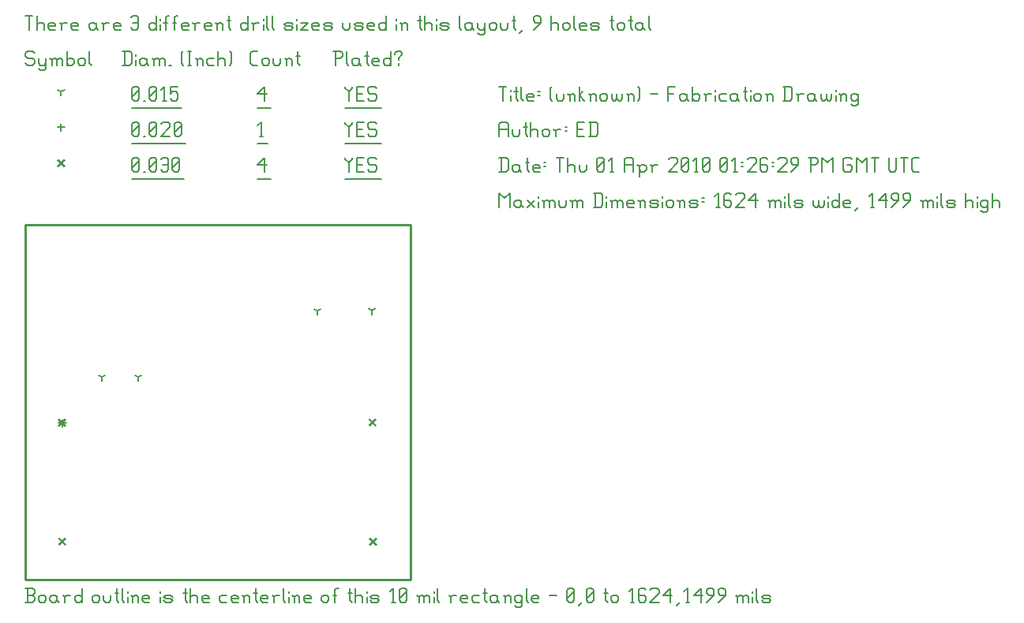
<source format=gbr>
G04 start of page 9 for group -3984 idx -3984
G04 Title: (unknown), fab *
G04 Creator: pcb 20080202 *
G04 CreationDate: Thu 01 Apr 2010 01:26:29 PM GMT UTC *
G04 For: ed *
G04 Format: Gerber/RS-274X *
G04 PCB-Dimensions: 162499 149999 *
G04 PCB-Coordinate-Origin: lower left *
%MOIN*%
%FSLAX24Y24*%
%LNFAB*%
%ADD31C,0.0100*%
%ADD33R,0.0080X0.0080*%
%ADD34C,0.0060*%
G54D33*G54D11*G36*
X14542Y1785D02*X14838Y1488D01*
X14781Y1432D01*
X14485Y1729D01*
X14542Y1785D01*
G37*
G54D33*G54D11*G36*
X14485Y1488D02*X14781Y1785D01*
X14838Y1729D01*
X14542Y1432D01*
X14485Y1488D01*
G37*
G54D33*G54D11*G36*
X1426Y6834D02*X1722Y6537D01*
X1665Y6481D01*
X1369Y6778D01*
X1426Y6834D01*
G37*
G54D33*G54D11*G36*
X1369Y6537D02*X1665Y6834D01*
X1722Y6778D01*
X1426Y6481D01*
X1369Y6537D01*
G37*
G54D33*G54D11*G36*
X14528Y6823D02*X14824Y6526D01*
X14767Y6470D01*
X14471Y6767D01*
X14528Y6823D01*
G37*
G54D33*G54D11*G36*
X14471Y6526D02*X14767Y6823D01*
X14824Y6767D01*
X14528Y6470D01*
X14471Y6526D01*
G37*
G54D33*G54D11*G36*
X1427Y1789D02*X1723Y1492D01*
X1666Y1436D01*
X1370Y1733D01*
X1427Y1789D01*
G37*
G54D33*G54D11*G36*
X1370Y1492D02*X1666Y1789D01*
X1723Y1733D01*
X1427Y1436D01*
X1370Y1492D01*
G37*
G54D33*G54D11*G36*
X1380Y17801D02*X1676Y17504D01*
X1619Y17448D01*
X1323Y17744D01*
X1380Y17801D01*
G37*
G54D33*G54D11*G36*
X1323Y17504D02*X1619Y17801D01*
X1676Y17744D01*
X1380Y17448D01*
X1323Y17504D01*
G37*
G54D34*X13500Y17849D02*Y17774D01*
X13650Y17624D01*
X13800Y17774D01*
Y17849D02*Y17774D01*
X13650Y17624D02*Y17249D01*
X13980Y17549D02*X14205D01*
X13980Y17249D02*X14280D01*
X13980Y17849D02*Y17249D01*
Y17849D02*X14280D01*
X14760D02*X14835Y17774D01*
X14535Y17849D02*X14760D01*
X14460Y17774D02*X14535Y17849D01*
X14460Y17774D02*Y17624D01*
X14535Y17549D01*
X14760D01*
X14835Y17474D01*
Y17324D01*
X14760Y17249D02*X14835Y17324D01*
X14535Y17249D02*X14760D01*
X14460Y17324D02*X14535Y17249D01*
X13500Y16924D02*X15015D01*
X9800Y17549D02*X10100Y17849D01*
X9800Y17549D02*X10175D01*
X10100Y17849D02*Y17249D01*
X9800Y16924D02*X10355D01*
X4500Y17324D02*X4575Y17249D01*
X4500Y17774D02*Y17324D01*
Y17774D02*X4575Y17849D01*
X4725D01*
X4800Y17774D01*
Y17324D01*
X4725Y17249D02*X4800Y17324D01*
X4575Y17249D02*X4725D01*
X4500Y17399D02*X4800Y17699D01*
X4980Y17249D02*X5055D01*
X5235Y17324D02*X5310Y17249D01*
X5235Y17774D02*Y17324D01*
Y17774D02*X5310Y17849D01*
X5460D01*
X5535Y17774D01*
Y17324D01*
X5460Y17249D02*X5535Y17324D01*
X5310Y17249D02*X5460D01*
X5235Y17399D02*X5535Y17699D01*
X5715Y17774D02*X5790Y17849D01*
X5940D01*
X6015Y17774D01*
Y17324D01*
X5940Y17249D02*X6015Y17324D01*
X5790Y17249D02*X5940D01*
X5715Y17324D02*X5790Y17249D01*
Y17549D02*X6015D01*
X6195Y17324D02*X6270Y17249D01*
X6195Y17774D02*Y17324D01*
Y17774D02*X6270Y17849D01*
X6420D01*
X6495Y17774D01*
Y17324D01*
X6420Y17249D02*X6495Y17324D01*
X6270Y17249D02*X6420D01*
X6195Y17399D02*X6495Y17699D01*
X4500Y16924D02*X6675D01*
X1561Y6779D02*Y6459D01*
X1401Y6619D02*X1721D01*
X1500Y19284D02*Y18964D01*
X1340Y19124D02*X1660D01*
X13500Y19349D02*Y19274D01*
X13650Y19124D01*
X13800Y19274D01*
Y19349D02*Y19274D01*
X13650Y19124D02*Y18749D01*
X13980Y19049D02*X14205D01*
X13980Y18749D02*X14280D01*
X13980Y19349D02*Y18749D01*
Y19349D02*X14280D01*
X14760D02*X14835Y19274D01*
X14535Y19349D02*X14760D01*
X14460Y19274D02*X14535Y19349D01*
X14460Y19274D02*Y19124D01*
X14535Y19049D01*
X14760D01*
X14835Y18974D01*
Y18824D01*
X14760Y18749D02*X14835Y18824D01*
X14535Y18749D02*X14760D01*
X14460Y18824D02*X14535Y18749D01*
X13500Y18424D02*X15015D01*
X9875Y18749D02*X10025D01*
X9950Y19349D02*Y18749D01*
X9800Y19199D02*X9950Y19349D01*
X9800Y18424D02*X10205D01*
X4500Y18824D02*X4575Y18749D01*
X4500Y19274D02*Y18824D01*
Y19274D02*X4575Y19349D01*
X4725D01*
X4800Y19274D01*
Y18824D01*
X4725Y18749D02*X4800Y18824D01*
X4575Y18749D02*X4725D01*
X4500Y18899D02*X4800Y19199D01*
X4980Y18749D02*X5055D01*
X5235Y18824D02*X5310Y18749D01*
X5235Y19274D02*Y18824D01*
Y19274D02*X5310Y19349D01*
X5460D01*
X5535Y19274D01*
Y18824D01*
X5460Y18749D02*X5535Y18824D01*
X5310Y18749D02*X5460D01*
X5235Y18899D02*X5535Y19199D01*
X5715Y19274D02*X5790Y19349D01*
X6015D01*
X6090Y19274D01*
Y19124D01*
X5715Y18749D02*X6090Y19124D01*
X5715Y18749D02*X6090D01*
X6270Y18824D02*X6345Y18749D01*
X6270Y19274D02*Y18824D01*
Y19274D02*X6345Y19349D01*
X6495D01*
X6570Y19274D01*
Y18824D01*
X6495Y18749D02*X6570Y18824D01*
X6345Y18749D02*X6495D01*
X6270Y18899D02*X6570Y19199D01*
X4500Y18424D02*X6750D01*
X12318Y11362D02*Y11202D01*
Y11362D02*X12456Y11442D01*
X12318Y11362D02*X12179Y11442D01*
X14609Y11376D02*Y11216D01*
Y11376D02*X14747Y11456D01*
X14609Y11376D02*X14470Y11456D01*
X4761Y8555D02*Y8395D01*
Y8555D02*X4899Y8635D01*
X4761Y8555D02*X4622Y8635D01*
X3229Y8554D02*Y8394D01*
Y8554D02*X3367Y8634D01*
X3229Y8554D02*X3090Y8634D01*
X1500Y20624D02*Y20464D01*
Y20624D02*X1638Y20704D01*
X1500Y20624D02*X1361Y20704D01*
X13500Y20849D02*Y20774D01*
X13650Y20624D01*
X13800Y20774D01*
Y20849D02*Y20774D01*
X13650Y20624D02*Y20249D01*
X13980Y20549D02*X14205D01*
X13980Y20249D02*X14280D01*
X13980Y20849D02*Y20249D01*
Y20849D02*X14280D01*
X14760D02*X14835Y20774D01*
X14535Y20849D02*X14760D01*
X14460Y20774D02*X14535Y20849D01*
X14460Y20774D02*Y20624D01*
X14535Y20549D01*
X14760D01*
X14835Y20474D01*
Y20324D01*
X14760Y20249D02*X14835Y20324D01*
X14535Y20249D02*X14760D01*
X14460Y20324D02*X14535Y20249D01*
X13500Y19924D02*X15015D01*
X9800Y20549D02*X10100Y20849D01*
X9800Y20549D02*X10175D01*
X10100Y20849D02*Y20249D01*
X9800Y19924D02*X10355D01*
X4500Y20324D02*X4575Y20249D01*
X4500Y20774D02*Y20324D01*
Y20774D02*X4575Y20849D01*
X4725D01*
X4800Y20774D01*
Y20324D01*
X4725Y20249D02*X4800Y20324D01*
X4575Y20249D02*X4725D01*
X4500Y20399D02*X4800Y20699D01*
X4980Y20249D02*X5055D01*
X5235Y20324D02*X5310Y20249D01*
X5235Y20774D02*Y20324D01*
Y20774D02*X5310Y20849D01*
X5460D01*
X5535Y20774D01*
Y20324D01*
X5460Y20249D02*X5535Y20324D01*
X5310Y20249D02*X5460D01*
X5235Y20399D02*X5535Y20699D01*
X5790Y20249D02*X5940D01*
X5865Y20849D02*Y20249D01*
X5715Y20699D02*X5865Y20849D01*
X6120D02*X6420D01*
X6120D02*Y20549D01*
X6195Y20624D01*
X6345D01*
X6420Y20549D01*
Y20324D01*
X6345Y20249D02*X6420Y20324D01*
X6195Y20249D02*X6345D01*
X6120Y20324D02*X6195Y20249D01*
X4500Y19924D02*X6600D01*
X300Y22349D02*X375Y22274D01*
X75Y22349D02*X300D01*
X0Y22274D02*X75Y22349D01*
X0Y22274D02*Y22124D01*
X75Y22049D01*
X300D01*
X375Y21974D01*
Y21824D01*
X300Y21749D02*X375Y21824D01*
X75Y21749D02*X300D01*
X0Y21824D02*X75Y21749D01*
X555Y22049D02*Y21824D01*
X630Y21749D01*
X855Y22049D02*Y21599D01*
X780Y21524D02*X855Y21599D01*
X630Y21524D02*X780D01*
X555Y21599D02*X630Y21524D01*
Y21749D02*X780D01*
X855Y21824D01*
X1110Y21974D02*Y21749D01*
Y21974D02*X1185Y22049D01*
X1260D01*
X1335Y21974D01*
Y21749D01*
Y21974D02*X1410Y22049D01*
X1485D01*
X1560Y21974D01*
Y21749D01*
X1035Y22049D02*X1110Y21974D01*
X1740Y22349D02*Y21749D01*
Y21824D02*X1815Y21749D01*
X1965D01*
X2040Y21824D01*
Y21974D02*Y21824D01*
X1965Y22049D02*X2040Y21974D01*
X1815Y22049D02*X1965D01*
X1740Y21974D02*X1815Y22049D01*
X2220Y21974D02*Y21824D01*
Y21974D02*X2295Y22049D01*
X2445D01*
X2520Y21974D01*
Y21824D01*
X2445Y21749D02*X2520Y21824D01*
X2295Y21749D02*X2445D01*
X2220Y21824D02*X2295Y21749D01*
X2700Y22349D02*Y21824D01*
X2775Y21749D01*
X4175Y22349D02*Y21749D01*
X4400Y22349D02*X4475Y22274D01*
Y21824D01*
X4400Y21749D02*X4475Y21824D01*
X4100Y21749D02*X4400D01*
X4100Y22349D02*X4400D01*
X4655Y22199D02*Y22124D01*
Y21974D02*Y21749D01*
X5030Y22049D02*X5105Y21974D01*
X4880Y22049D02*X5030D01*
X4805Y21974D02*X4880Y22049D01*
X4805Y21974D02*Y21824D01*
X4880Y21749D01*
X5105Y22049D02*Y21824D01*
X5180Y21749D01*
X4880D02*X5030D01*
X5105Y21824D01*
X5435Y21974D02*Y21749D01*
Y21974D02*X5510Y22049D01*
X5585D01*
X5660Y21974D01*
Y21749D01*
Y21974D02*X5735Y22049D01*
X5810D01*
X5885Y21974D01*
Y21749D01*
X5360Y22049D02*X5435Y21974D01*
X6065Y21749D02*X6140D01*
X6590Y21824D02*X6665Y21749D01*
X6590Y22274D02*X6665Y22349D01*
X6590Y22274D02*Y21824D01*
X6845Y22349D02*X6995D01*
X6920D02*Y21749D01*
X6845D02*X6995D01*
X7251Y21974D02*Y21749D01*
Y21974D02*X7326Y22049D01*
X7401D01*
X7476Y21974D01*
Y21749D01*
X7176Y22049D02*X7251Y21974D01*
X7731Y22049D02*X7956D01*
X7656Y21974D02*X7731Y22049D01*
X7656Y21974D02*Y21824D01*
X7731Y21749D01*
X7956D01*
X8136Y22349D02*Y21749D01*
Y21974D02*X8211Y22049D01*
X8361D01*
X8436Y21974D01*
Y21749D01*
X8616Y22349D02*X8691Y22274D01*
Y21824D01*
X8616Y21749D02*X8691Y21824D01*
X9575Y21749D02*X9800D01*
X9500Y21824D02*X9575Y21749D01*
X9500Y22274D02*Y21824D01*
Y22274D02*X9575Y22349D01*
X9800D01*
X9980Y21974D02*Y21824D01*
Y21974D02*X10055Y22049D01*
X10205D01*
X10280Y21974D01*
Y21824D01*
X10205Y21749D02*X10280Y21824D01*
X10055Y21749D02*X10205D01*
X9980Y21824D02*X10055Y21749D01*
X10460Y22049D02*Y21824D01*
X10535Y21749D01*
X10685D01*
X10760Y21824D01*
Y22049D02*Y21824D01*
X11015Y21974D02*Y21749D01*
Y21974D02*X11090Y22049D01*
X11165D01*
X11240Y21974D01*
Y21749D01*
X10940Y22049D02*X11015Y21974D01*
X11495Y22349D02*Y21824D01*
X11570Y21749D01*
X11420Y22124D02*X11570D01*
X13075Y22349D02*Y21749D01*
X13000Y22349D02*X13300D01*
X13375Y22274D01*
Y22124D01*
X13300Y22049D02*X13375Y22124D01*
X13075Y22049D02*X13300D01*
X13555Y22349D02*Y21824D01*
X13630Y21749D01*
X14005Y22049D02*X14080Y21974D01*
X13855Y22049D02*X14005D01*
X13780Y21974D02*X13855Y22049D01*
X13780Y21974D02*Y21824D01*
X13855Y21749D01*
X14080Y22049D02*Y21824D01*
X14155Y21749D01*
X13855D02*X14005D01*
X14080Y21824D01*
X14410Y22349D02*Y21824D01*
X14485Y21749D01*
X14335Y22124D02*X14485D01*
X14710Y21749D02*X14935D01*
X14635Y21824D02*X14710Y21749D01*
X14635Y21974D02*Y21824D01*
Y21974D02*X14710Y22049D01*
X14860D01*
X14935Y21974D01*
X14635Y21899D02*X14935D01*
Y21974D02*Y21899D01*
X15415Y22349D02*Y21749D01*
X15340D02*X15415Y21824D01*
X15190Y21749D02*X15340D01*
X15115Y21824D02*X15190Y21749D01*
X15115Y21974D02*Y21824D01*
Y21974D02*X15190Y22049D01*
X15340D01*
X15415Y21974D01*
X15745Y22049D02*Y21974D01*
Y21824D02*Y21749D01*
X15595Y22274D02*Y22199D01*
Y22274D02*X15670Y22349D01*
X15820D01*
X15895Y22274D01*
Y22199D01*
X15745Y22049D02*X15895Y22199D01*
X0Y23849D02*X300D01*
X150D02*Y23249D01*
X480Y23849D02*Y23249D01*
Y23474D02*X555Y23549D01*
X705D01*
X780Y23474D01*
Y23249D01*
X1035D02*X1260D01*
X960Y23324D02*X1035Y23249D01*
X960Y23474D02*Y23324D01*
Y23474D02*X1035Y23549D01*
X1185D01*
X1260Y23474D01*
X960Y23399D02*X1260D01*
Y23474D02*Y23399D01*
X1515Y23474D02*Y23249D01*
Y23474D02*X1590Y23549D01*
X1740D01*
X1440D02*X1515Y23474D01*
X1995Y23249D02*X2220D01*
X1920Y23324D02*X1995Y23249D01*
X1920Y23474D02*Y23324D01*
Y23474D02*X1995Y23549D01*
X2145D01*
X2220Y23474D01*
X1920Y23399D02*X2220D01*
Y23474D02*Y23399D01*
X2895Y23549D02*X2970Y23474D01*
X2745Y23549D02*X2895D01*
X2670Y23474D02*X2745Y23549D01*
X2670Y23474D02*Y23324D01*
X2745Y23249D01*
X2970Y23549D02*Y23324D01*
X3045Y23249D01*
X2745D02*X2895D01*
X2970Y23324D01*
X3300Y23474D02*Y23249D01*
Y23474D02*X3375Y23549D01*
X3525D01*
X3225D02*X3300Y23474D01*
X3781Y23249D02*X4006D01*
X3706Y23324D02*X3781Y23249D01*
X3706Y23474D02*Y23324D01*
Y23474D02*X3781Y23549D01*
X3931D01*
X4006Y23474D01*
X3706Y23399D02*X4006D01*
Y23474D02*Y23399D01*
X4456Y23774D02*X4531Y23849D01*
X4681D01*
X4756Y23774D01*
Y23324D01*
X4681Y23249D02*X4756Y23324D01*
X4531Y23249D02*X4681D01*
X4456Y23324D02*X4531Y23249D01*
Y23549D02*X4756D01*
X5506Y23849D02*Y23249D01*
X5431D02*X5506Y23324D01*
X5281Y23249D02*X5431D01*
X5206Y23324D02*X5281Y23249D01*
X5206Y23474D02*Y23324D01*
Y23474D02*X5281Y23549D01*
X5431D01*
X5506Y23474D01*
X5686Y23699D02*Y23624D01*
Y23474D02*Y23249D01*
X5911Y23774D02*Y23249D01*
Y23774D02*X5986Y23849D01*
X6061D01*
X5836Y23549D02*X5986D01*
X6286Y23774D02*Y23249D01*
Y23774D02*X6361Y23849D01*
X6436D01*
X6211Y23549D02*X6361D01*
X6661Y23249D02*X6886D01*
X6586Y23324D02*X6661Y23249D01*
X6586Y23474D02*Y23324D01*
Y23474D02*X6661Y23549D01*
X6811D01*
X6886Y23474D01*
X6586Y23399D02*X6886D01*
Y23474D02*Y23399D01*
X7142Y23474D02*Y23249D01*
Y23474D02*X7217Y23549D01*
X7367D01*
X7067D02*X7142Y23474D01*
X7622Y23249D02*X7847D01*
X7547Y23324D02*X7622Y23249D01*
X7547Y23474D02*Y23324D01*
Y23474D02*X7622Y23549D01*
X7772D01*
X7847Y23474D01*
X7547Y23399D02*X7847D01*
Y23474D02*Y23399D01*
X8102Y23474D02*Y23249D01*
Y23474D02*X8177Y23549D01*
X8252D01*
X8327Y23474D01*
Y23249D01*
X8027Y23549D02*X8102Y23474D01*
X8582Y23849D02*Y23324D01*
X8657Y23249D01*
X8507Y23624D02*X8657D01*
X9377Y23849D02*Y23249D01*
X9302D02*X9377Y23324D01*
X9152Y23249D02*X9302D01*
X9077Y23324D02*X9152Y23249D01*
X9077Y23474D02*Y23324D01*
Y23474D02*X9152Y23549D01*
X9302D01*
X9377Y23474D01*
X9632D02*Y23249D01*
Y23474D02*X9707Y23549D01*
X9857D01*
X9557D02*X9632Y23474D01*
X10038Y23699D02*Y23624D01*
Y23474D02*Y23249D01*
X10188Y23849D02*Y23324D01*
X10263Y23249D01*
X10413Y23849D02*Y23324D01*
X10488Y23249D01*
X10983D02*X11208D01*
X11283Y23324D01*
X11208Y23399D02*X11283Y23324D01*
X10983Y23399D02*X11208D01*
X10908Y23474D02*X10983Y23399D01*
X10908Y23474D02*X10983Y23549D01*
X11208D01*
X11283Y23474D01*
X10908Y23324D02*X10983Y23249D01*
X11463Y23699D02*Y23624D01*
Y23474D02*Y23249D01*
X11613Y23549D02*X11913D01*
X11613Y23249D02*X11913Y23549D01*
X11613Y23249D02*X11913D01*
X12168D02*X12393D01*
X12093Y23324D02*X12168Y23249D01*
X12093Y23474D02*Y23324D01*
Y23474D02*X12168Y23549D01*
X12318D01*
X12393Y23474D01*
X12093Y23399D02*X12393D01*
Y23474D02*Y23399D01*
X12649Y23249D02*X12874D01*
X12949Y23324D01*
X12874Y23399D02*X12949Y23324D01*
X12649Y23399D02*X12874D01*
X12574Y23474D02*X12649Y23399D01*
X12574Y23474D02*X12649Y23549D01*
X12874D01*
X12949Y23474D01*
X12574Y23324D02*X12649Y23249D01*
X13399Y23549D02*Y23324D01*
X13474Y23249D01*
X13624D01*
X13699Y23324D01*
Y23549D02*Y23324D01*
X13954Y23249D02*X14179D01*
X14254Y23324D01*
X14179Y23399D02*X14254Y23324D01*
X13954Y23399D02*X14179D01*
X13879Y23474D02*X13954Y23399D01*
X13879Y23474D02*X13954Y23549D01*
X14179D01*
X14254Y23474D01*
X13879Y23324D02*X13954Y23249D01*
X14509D02*X14734D01*
X14434Y23324D02*X14509Y23249D01*
X14434Y23474D02*Y23324D01*
Y23474D02*X14509Y23549D01*
X14659D01*
X14734Y23474D01*
X14434Y23399D02*X14734D01*
Y23474D02*Y23399D01*
X15214Y23849D02*Y23249D01*
X15139D02*X15214Y23324D01*
X14989Y23249D02*X15139D01*
X14914Y23324D02*X14989Y23249D01*
X14914Y23474D02*Y23324D01*
Y23474D02*X14989Y23549D01*
X15139D01*
X15214Y23474D01*
X15664Y23699D02*Y23624D01*
Y23474D02*Y23249D01*
X15889Y23474D02*Y23249D01*
Y23474D02*X15964Y23549D01*
X16039D01*
X16114Y23474D01*
Y23249D01*
X15814Y23549D02*X15889Y23474D01*
X16640Y23849D02*Y23324D01*
X16715Y23249D01*
X16565Y23624D02*X16715D01*
X16865Y23849D02*Y23249D01*
Y23474D02*X16940Y23549D01*
X17090D01*
X17165Y23474D01*
Y23249D01*
X17345Y23699D02*Y23624D01*
Y23474D02*Y23249D01*
X17570D02*X17795D01*
X17870Y23324D01*
X17795Y23399D02*X17870Y23324D01*
X17570Y23399D02*X17795D01*
X17495Y23474D02*X17570Y23399D01*
X17495Y23474D02*X17570Y23549D01*
X17795D01*
X17870Y23474D01*
X17495Y23324D02*X17570Y23249D01*
X18320Y23849D02*Y23324D01*
X18395Y23249D01*
X18770Y23549D02*X18845Y23474D01*
X18620Y23549D02*X18770D01*
X18545Y23474D02*X18620Y23549D01*
X18545Y23474D02*Y23324D01*
X18620Y23249D01*
X18845Y23549D02*Y23324D01*
X18920Y23249D01*
X18620D02*X18770D01*
X18845Y23324D01*
X19101Y23549D02*Y23324D01*
X19176Y23249D01*
X19401Y23549D02*Y23099D01*
X19326Y23024D02*X19401Y23099D01*
X19176Y23024D02*X19326D01*
X19101Y23099D02*X19176Y23024D01*
Y23249D02*X19326D01*
X19401Y23324D01*
X19581Y23474D02*Y23324D01*
Y23474D02*X19656Y23549D01*
X19806D01*
X19881Y23474D01*
Y23324D01*
X19806Y23249D02*X19881Y23324D01*
X19656Y23249D02*X19806D01*
X19581Y23324D02*X19656Y23249D01*
X20061Y23549D02*Y23324D01*
X20136Y23249D01*
X20286D01*
X20361Y23324D01*
Y23549D02*Y23324D01*
X20616Y23849D02*Y23324D01*
X20691Y23249D01*
X20541Y23624D02*X20691D01*
X20841Y23099D02*X20991Y23249D01*
X21441D02*X21741Y23549D01*
Y23774D02*Y23549D01*
X21666Y23849D02*X21741Y23774D01*
X21516Y23849D02*X21666D01*
X21441Y23774D02*X21516Y23849D01*
X21441Y23774D02*Y23624D01*
X21516Y23549D01*
X21741D01*
X22191Y23849D02*Y23249D01*
Y23474D02*X22266Y23549D01*
X22416D01*
X22491Y23474D01*
Y23249D01*
X22672Y23474D02*Y23324D01*
Y23474D02*X22747Y23549D01*
X22897D01*
X22972Y23474D01*
Y23324D01*
X22897Y23249D02*X22972Y23324D01*
X22747Y23249D02*X22897D01*
X22672Y23324D02*X22747Y23249D01*
X23152Y23849D02*Y23324D01*
X23227Y23249D01*
X23452D02*X23677D01*
X23377Y23324D02*X23452Y23249D01*
X23377Y23474D02*Y23324D01*
Y23474D02*X23452Y23549D01*
X23602D01*
X23677Y23474D01*
X23377Y23399D02*X23677D01*
Y23474D02*Y23399D01*
X23932Y23249D02*X24157D01*
X24232Y23324D01*
X24157Y23399D02*X24232Y23324D01*
X23932Y23399D02*X24157D01*
X23857Y23474D02*X23932Y23399D01*
X23857Y23474D02*X23932Y23549D01*
X24157D01*
X24232Y23474D01*
X23857Y23324D02*X23932Y23249D01*
X24757Y23849D02*Y23324D01*
X24832Y23249D01*
X24682Y23624D02*X24832D01*
X24982Y23474D02*Y23324D01*
Y23474D02*X25057Y23549D01*
X25207D01*
X25282Y23474D01*
Y23324D01*
X25207Y23249D02*X25282Y23324D01*
X25057Y23249D02*X25207D01*
X24982Y23324D02*X25057Y23249D01*
X25537Y23849D02*Y23324D01*
X25612Y23249D01*
X25462Y23624D02*X25612D01*
X25988Y23549D02*X26063Y23474D01*
X25838Y23549D02*X25988D01*
X25763Y23474D02*X25838Y23549D01*
X25763Y23474D02*Y23324D01*
X25838Y23249D01*
X26063Y23549D02*Y23324D01*
X26138Y23249D01*
X25838D02*X25988D01*
X26063Y23324D01*
X26318Y23849D02*Y23324D01*
X26393Y23249D01*
G54D31*X0Y14999D02*X16249D01*
X0D02*Y0D01*
X16249Y14999D02*Y0D01*
X0D02*X16249D01*
G54D34*X20000Y16349D02*Y15749D01*
Y16349D02*X20225Y16124D01*
X20450Y16349D01*
Y15749D01*
X20855Y16049D02*X20930Y15974D01*
X20705Y16049D02*X20855D01*
X20630Y15974D02*X20705Y16049D01*
X20630Y15974D02*Y15824D01*
X20705Y15749D01*
X20930Y16049D02*Y15824D01*
X21005Y15749D01*
X20705D02*X20855D01*
X20930Y15824D01*
X21185Y16049D02*X21485Y15749D01*
X21185D02*X21485Y16049D01*
X21665Y16199D02*Y16124D01*
Y15974D02*Y15749D01*
X21890Y15974D02*Y15749D01*
Y15974D02*X21965Y16049D01*
X22040D01*
X22115Y15974D01*
Y15749D01*
Y15974D02*X22190Y16049D01*
X22265D01*
X22340Y15974D01*
Y15749D01*
X21815Y16049D02*X21890Y15974D01*
X22520Y16049D02*Y15824D01*
X22595Y15749D01*
X22745D01*
X22820Y15824D01*
Y16049D02*Y15824D01*
X23075Y15974D02*Y15749D01*
Y15974D02*X23150Y16049D01*
X23225D01*
X23300Y15974D01*
Y15749D01*
Y15974D02*X23375Y16049D01*
X23450D01*
X23525Y15974D01*
Y15749D01*
X23000Y16049D02*X23075Y15974D01*
X24051Y16349D02*Y15749D01*
X24276Y16349D02*X24351Y16274D01*
Y15824D01*
X24276Y15749D02*X24351Y15824D01*
X23976Y15749D02*X24276D01*
X23976Y16349D02*X24276D01*
X24531Y16199D02*Y16124D01*
Y15974D02*Y15749D01*
X24756Y15974D02*Y15749D01*
Y15974D02*X24831Y16049D01*
X24906D01*
X24981Y15974D01*
Y15749D01*
Y15974D02*X25056Y16049D01*
X25131D01*
X25206Y15974D01*
Y15749D01*
X24681Y16049D02*X24756Y15974D01*
X25461Y15749D02*X25686D01*
X25386Y15824D02*X25461Y15749D01*
X25386Y15974D02*Y15824D01*
Y15974D02*X25461Y16049D01*
X25611D01*
X25686Y15974D01*
X25386Y15899D02*X25686D01*
Y15974D02*Y15899D01*
X25941Y15974D02*Y15749D01*
Y15974D02*X26016Y16049D01*
X26091D01*
X26166Y15974D01*
Y15749D01*
X25866Y16049D02*X25941Y15974D01*
X26421Y15749D02*X26646D01*
X26721Y15824D01*
X26646Y15899D02*X26721Y15824D01*
X26421Y15899D02*X26646D01*
X26346Y15974D02*X26421Y15899D01*
X26346Y15974D02*X26421Y16049D01*
X26646D01*
X26721Y15974D01*
X26346Y15824D02*X26421Y15749D01*
X26901Y16199D02*Y16124D01*
Y15974D02*Y15749D01*
X27052Y15974D02*Y15824D01*
Y15974D02*X27127Y16049D01*
X27277D01*
X27352Y15974D01*
Y15824D01*
X27277Y15749D02*X27352Y15824D01*
X27127Y15749D02*X27277D01*
X27052Y15824D02*X27127Y15749D01*
X27607Y15974D02*Y15749D01*
Y15974D02*X27682Y16049D01*
X27757D01*
X27832Y15974D01*
Y15749D01*
X27532Y16049D02*X27607Y15974D01*
X28087Y15749D02*X28312D01*
X28387Y15824D01*
X28312Y15899D02*X28387Y15824D01*
X28087Y15899D02*X28312D01*
X28012Y15974D02*X28087Y15899D01*
X28012Y15974D02*X28087Y16049D01*
X28312D01*
X28387Y15974D01*
X28012Y15824D02*X28087Y15749D01*
X28567Y16124D02*X28642D01*
X28567Y15974D02*X28642D01*
X29167Y15749D02*X29317D01*
X29242Y16349D02*Y15749D01*
X29092Y16199D02*X29242Y16349D01*
X29722D02*X29797Y16274D01*
X29572Y16349D02*X29722D01*
X29497Y16274D02*X29572Y16349D01*
X29497Y16274D02*Y15824D01*
X29572Y15749D01*
X29722Y16049D02*X29797Y15974D01*
X29497Y16049D02*X29722D01*
X29572Y15749D02*X29722D01*
X29797Y15824D01*
Y15974D02*Y15824D01*
X29978Y16274D02*X30053Y16349D01*
X30278D01*
X30353Y16274D01*
Y16124D01*
X29978Y15749D02*X30353Y16124D01*
X29978Y15749D02*X30353D01*
X30533Y16049D02*X30833Y16349D01*
X30533Y16049D02*X30908D01*
X30833Y16349D02*Y15749D01*
X31433Y15974D02*Y15749D01*
Y15974D02*X31508Y16049D01*
X31583D01*
X31658Y15974D01*
Y15749D01*
Y15974D02*X31733Y16049D01*
X31808D01*
X31883Y15974D01*
Y15749D01*
X31358Y16049D02*X31433Y15974D01*
X32063Y16199D02*Y16124D01*
Y15974D02*Y15749D01*
X32213Y16349D02*Y15824D01*
X32288Y15749D01*
X32513D02*X32738D01*
X32813Y15824D01*
X32738Y15899D02*X32813Y15824D01*
X32513Y15899D02*X32738D01*
X32438Y15974D02*X32513Y15899D01*
X32438Y15974D02*X32513Y16049D01*
X32738D01*
X32813Y15974D01*
X32438Y15824D02*X32513Y15749D01*
X33263Y16049D02*Y15824D01*
X33338Y15749D01*
X33413D01*
X33488Y15824D01*
Y16049D02*Y15824D01*
X33563Y15749D01*
X33638D01*
X33713Y15824D01*
Y16049D02*Y15824D01*
X33894Y16199D02*Y16124D01*
Y15974D02*Y15749D01*
X34344Y16349D02*Y15749D01*
X34269D02*X34344Y15824D01*
X34119Y15749D02*X34269D01*
X34044Y15824D02*X34119Y15749D01*
X34044Y15974D02*Y15824D01*
Y15974D02*X34119Y16049D01*
X34269D01*
X34344Y15974D01*
X34599Y15749D02*X34824D01*
X34524Y15824D02*X34599Y15749D01*
X34524Y15974D02*Y15824D01*
Y15974D02*X34599Y16049D01*
X34749D01*
X34824Y15974D01*
X34524Y15899D02*X34824D01*
Y15974D02*Y15899D01*
X35004Y15599D02*X35154Y15749D01*
X35679D02*X35829D01*
X35754Y16349D02*Y15749D01*
X35604Y16199D02*X35754Y16349D01*
X36009Y16049D02*X36309Y16349D01*
X36009Y16049D02*X36384D01*
X36309Y16349D02*Y15749D01*
X36564D02*X36864Y16049D01*
Y16274D02*Y16049D01*
X36789Y16349D02*X36864Y16274D01*
X36639Y16349D02*X36789D01*
X36564Y16274D02*X36639Y16349D01*
X36564Y16274D02*Y16124D01*
X36639Y16049D01*
X36864D01*
X37045Y15749D02*X37345Y16049D01*
Y16274D02*Y16049D01*
X37270Y16349D02*X37345Y16274D01*
X37120Y16349D02*X37270D01*
X37045Y16274D02*X37120Y16349D01*
X37045Y16274D02*Y16124D01*
X37120Y16049D01*
X37345D01*
X37870Y15974D02*Y15749D01*
Y15974D02*X37945Y16049D01*
X38020D01*
X38095Y15974D01*
Y15749D01*
Y15974D02*X38170Y16049D01*
X38245D01*
X38320Y15974D01*
Y15749D01*
X37795Y16049D02*X37870Y15974D01*
X38500Y16199D02*Y16124D01*
Y15974D02*Y15749D01*
X38650Y16349D02*Y15824D01*
X38725Y15749D01*
X38950D02*X39175D01*
X39250Y15824D01*
X39175Y15899D02*X39250Y15824D01*
X38950Y15899D02*X39175D01*
X38875Y15974D02*X38950Y15899D01*
X38875Y15974D02*X38950Y16049D01*
X39175D01*
X39250Y15974D01*
X38875Y15824D02*X38950Y15749D01*
X39700Y16349D02*Y15749D01*
Y15974D02*X39775Y16049D01*
X39925D01*
X40000Y15974D01*
Y15749D01*
X40181Y16199D02*Y16124D01*
Y15974D02*Y15749D01*
X40556Y16049D02*X40631Y15974D01*
X40406Y16049D02*X40556D01*
X40331Y15974D02*X40406Y16049D01*
X40331Y15974D02*Y15824D01*
X40406Y15749D01*
X40556D01*
X40631Y15824D01*
X40331Y15599D02*X40406Y15524D01*
X40556D01*
X40631Y15599D01*
Y16049D02*Y15599D01*
X40811Y16349D02*Y15749D01*
Y15974D02*X40886Y16049D01*
X41036D01*
X41111Y15974D01*
Y15749D01*
X0Y-950D02*X300D01*
X375Y-875D01*
Y-725D02*Y-875D01*
X300Y-650D02*X375Y-725D01*
X75Y-650D02*X300D01*
X75Y-350D02*Y-950D01*
X0Y-350D02*X300D01*
X375Y-425D01*
Y-575D01*
X300Y-650D02*X375Y-575D01*
X555Y-725D02*Y-875D01*
Y-725D02*X630Y-650D01*
X780D01*
X855Y-725D01*
Y-875D01*
X780Y-950D02*X855Y-875D01*
X630Y-950D02*X780D01*
X555Y-875D02*X630Y-950D01*
X1260Y-650D02*X1335Y-725D01*
X1110Y-650D02*X1260D01*
X1035Y-725D02*X1110Y-650D01*
X1035Y-725D02*Y-875D01*
X1110Y-950D01*
X1335Y-650D02*Y-875D01*
X1410Y-950D01*
X1110D02*X1260D01*
X1335Y-875D01*
X1665Y-725D02*Y-950D01*
Y-725D02*X1740Y-650D01*
X1890D01*
X1590D02*X1665Y-725D01*
X2370Y-350D02*Y-950D01*
X2295D02*X2370Y-875D01*
X2145Y-950D02*X2295D01*
X2070Y-875D02*X2145Y-950D01*
X2070Y-725D02*Y-875D01*
Y-725D02*X2145Y-650D01*
X2295D01*
X2370Y-725D01*
X2820D02*Y-875D01*
Y-725D02*X2895Y-650D01*
X3045D01*
X3120Y-725D01*
Y-875D01*
X3045Y-950D02*X3120Y-875D01*
X2895Y-950D02*X3045D01*
X2820Y-875D02*X2895Y-950D01*
X3300Y-650D02*Y-875D01*
X3375Y-950D01*
X3525D01*
X3600Y-875D01*
Y-650D02*Y-875D01*
X3856Y-350D02*Y-875D01*
X3931Y-950D01*
X3781Y-575D02*X3931D01*
X4081Y-350D02*Y-875D01*
X4156Y-950D01*
X4306Y-500D02*Y-575D01*
Y-725D02*Y-950D01*
X4531Y-725D02*Y-950D01*
Y-725D02*X4606Y-650D01*
X4681D01*
X4756Y-725D01*
Y-950D01*
X4456Y-650D02*X4531Y-725D01*
X5011Y-950D02*X5236D01*
X4936Y-875D02*X5011Y-950D01*
X4936Y-725D02*Y-875D01*
Y-725D02*X5011Y-650D01*
X5161D01*
X5236Y-725D01*
X4936Y-800D02*X5236D01*
Y-725D02*Y-800D01*
X5686Y-500D02*Y-575D01*
Y-725D02*Y-950D01*
X5911D02*X6136D01*
X6211Y-875D01*
X6136Y-800D02*X6211Y-875D01*
X5911Y-800D02*X6136D01*
X5836Y-725D02*X5911Y-800D01*
X5836Y-725D02*X5911Y-650D01*
X6136D01*
X6211Y-725D01*
X5836Y-875D02*X5911Y-950D01*
X6737Y-350D02*Y-875D01*
X6812Y-950D01*
X6662Y-575D02*X6812D01*
X6962Y-350D02*Y-950D01*
Y-725D02*X7037Y-650D01*
X7187D01*
X7262Y-725D01*
Y-950D01*
X7517D02*X7742D01*
X7442Y-875D02*X7517Y-950D01*
X7442Y-725D02*Y-875D01*
Y-725D02*X7517Y-650D01*
X7667D01*
X7742Y-725D01*
X7442Y-800D02*X7742D01*
Y-725D02*Y-800D01*
X8267Y-650D02*X8492D01*
X8192Y-725D02*X8267Y-650D01*
X8192Y-725D02*Y-875D01*
X8267Y-950D01*
X8492D01*
X8747D02*X8972D01*
X8672Y-875D02*X8747Y-950D01*
X8672Y-725D02*Y-875D01*
Y-725D02*X8747Y-650D01*
X8897D01*
X8972Y-725D01*
X8672Y-800D02*X8972D01*
Y-725D02*Y-800D01*
X9227Y-725D02*Y-950D01*
Y-725D02*X9302Y-650D01*
X9377D01*
X9452Y-725D01*
Y-950D01*
X9152Y-650D02*X9227Y-725D01*
X9708Y-350D02*Y-875D01*
X9783Y-950D01*
X9633Y-575D02*X9783D01*
X10008Y-950D02*X10233D01*
X9933Y-875D02*X10008Y-950D01*
X9933Y-725D02*Y-875D01*
Y-725D02*X10008Y-650D01*
X10158D01*
X10233Y-725D01*
X9933Y-800D02*X10233D01*
Y-725D02*Y-800D01*
X10488Y-725D02*Y-950D01*
Y-725D02*X10563Y-650D01*
X10713D01*
X10413D02*X10488Y-725D01*
X10893Y-350D02*Y-875D01*
X10968Y-950D01*
X11118Y-500D02*Y-575D01*
Y-725D02*Y-950D01*
X11343Y-725D02*Y-950D01*
Y-725D02*X11418Y-650D01*
X11493D01*
X11568Y-725D01*
Y-950D01*
X11268Y-650D02*X11343Y-725D01*
X11823Y-950D02*X12048D01*
X11748Y-875D02*X11823Y-950D01*
X11748Y-725D02*Y-875D01*
Y-725D02*X11823Y-650D01*
X11973D01*
X12048Y-725D01*
X11748Y-800D02*X12048D01*
Y-725D02*Y-800D01*
X12499Y-725D02*Y-875D01*
Y-725D02*X12574Y-650D01*
X12724D01*
X12799Y-725D01*
Y-875D01*
X12724Y-950D02*X12799Y-875D01*
X12574Y-950D02*X12724D01*
X12499Y-875D02*X12574Y-950D01*
X13054Y-425D02*Y-950D01*
Y-425D02*X13129Y-350D01*
X13204D01*
X12979Y-650D02*X13129D01*
X13699Y-350D02*Y-875D01*
X13774Y-950D01*
X13624Y-575D02*X13774D01*
X13924Y-350D02*Y-950D01*
Y-725D02*X13999Y-650D01*
X14149D01*
X14224Y-725D01*
Y-950D01*
X14404Y-500D02*Y-575D01*
Y-725D02*Y-950D01*
X14629D02*X14854D01*
X14929Y-875D01*
X14854Y-800D02*X14929Y-875D01*
X14629Y-800D02*X14854D01*
X14554Y-725D02*X14629Y-800D01*
X14554Y-725D02*X14629Y-650D01*
X14854D01*
X14929Y-725D01*
X14554Y-875D02*X14629Y-950D01*
X15454D02*X15604D01*
X15529Y-350D02*Y-950D01*
X15379Y-500D02*X15529Y-350D01*
X15785Y-875D02*X15860Y-950D01*
X15785Y-425D02*Y-875D01*
Y-425D02*X15860Y-350D01*
X16010D01*
X16085Y-425D01*
Y-875D01*
X16010Y-950D02*X16085Y-875D01*
X15860Y-950D02*X16010D01*
X15785Y-800D02*X16085Y-500D01*
X16610Y-725D02*Y-950D01*
Y-725D02*X16685Y-650D01*
X16760D01*
X16835Y-725D01*
Y-950D01*
Y-725D02*X16910Y-650D01*
X16985D01*
X17060Y-725D01*
Y-950D01*
X16535Y-650D02*X16610Y-725D01*
X17240Y-500D02*Y-575D01*
Y-725D02*Y-950D01*
X17390Y-350D02*Y-875D01*
X17465Y-950D01*
X17960Y-725D02*Y-950D01*
Y-725D02*X18035Y-650D01*
X18185D01*
X17885D02*X17960Y-725D01*
X18440Y-950D02*X18665D01*
X18365Y-875D02*X18440Y-950D01*
X18365Y-725D02*Y-875D01*
Y-725D02*X18440Y-650D01*
X18590D01*
X18665Y-725D01*
X18365Y-800D02*X18665D01*
Y-725D02*Y-800D01*
X18921Y-650D02*X19146D01*
X18846Y-725D02*X18921Y-650D01*
X18846Y-725D02*Y-875D01*
X18921Y-950D01*
X19146D01*
X19401Y-350D02*Y-875D01*
X19476Y-950D01*
X19326Y-575D02*X19476D01*
X19851Y-650D02*X19926Y-725D01*
X19701Y-650D02*X19851D01*
X19626Y-725D02*X19701Y-650D01*
X19626Y-725D02*Y-875D01*
X19701Y-950D01*
X19926Y-650D02*Y-875D01*
X20001Y-950D01*
X19701D02*X19851D01*
X19926Y-875D01*
X20256Y-725D02*Y-950D01*
Y-725D02*X20331Y-650D01*
X20406D01*
X20481Y-725D01*
Y-950D01*
X20181Y-650D02*X20256Y-725D01*
X20886Y-650D02*X20961Y-725D01*
X20736Y-650D02*X20886D01*
X20661Y-725D02*X20736Y-650D01*
X20661Y-725D02*Y-875D01*
X20736Y-950D01*
X20886D01*
X20961Y-875D01*
X20661Y-1100D02*X20736Y-1175D01*
X20886D01*
X20961Y-1100D01*
Y-650D02*Y-1100D01*
X21141Y-350D02*Y-875D01*
X21216Y-950D01*
X21441D02*X21666D01*
X21366Y-875D02*X21441Y-950D01*
X21366Y-725D02*Y-875D01*
Y-725D02*X21441Y-650D01*
X21591D01*
X21666Y-725D01*
X21366Y-800D02*X21666D01*
Y-725D02*Y-800D01*
X22117Y-650D02*X22417D01*
X22867Y-875D02*X22942Y-950D01*
X22867Y-425D02*Y-875D01*
Y-425D02*X22942Y-350D01*
X23092D01*
X23167Y-425D01*
Y-875D01*
X23092Y-950D02*X23167Y-875D01*
X22942Y-950D02*X23092D01*
X22867Y-800D02*X23167Y-500D01*
X23347Y-1100D02*X23497Y-950D01*
X23677Y-875D02*X23752Y-950D01*
X23677Y-425D02*Y-875D01*
Y-425D02*X23752Y-350D01*
X23902D01*
X23977Y-425D01*
Y-875D01*
X23902Y-950D02*X23977Y-875D01*
X23752Y-950D02*X23902D01*
X23677Y-800D02*X23977Y-500D01*
X24502Y-350D02*Y-875D01*
X24577Y-950D01*
X24427Y-575D02*X24577D01*
X24727Y-725D02*Y-875D01*
Y-725D02*X24802Y-650D01*
X24952D01*
X25027Y-725D01*
Y-875D01*
X24952Y-950D02*X25027Y-875D01*
X24802Y-950D02*X24952D01*
X24727Y-875D02*X24802Y-950D01*
X25552D02*X25702D01*
X25627Y-350D02*Y-950D01*
X25477Y-500D02*X25627Y-350D01*
X26108D02*X26183Y-425D01*
X25958Y-350D02*X26108D01*
X25883Y-425D02*X25958Y-350D01*
X25883Y-425D02*Y-875D01*
X25958Y-950D01*
X26108Y-650D02*X26183Y-725D01*
X25883Y-650D02*X26108D01*
X25958Y-950D02*X26108D01*
X26183Y-875D01*
Y-725D02*Y-875D01*
X26363Y-425D02*X26438Y-350D01*
X26663D01*
X26738Y-425D01*
Y-575D01*
X26363Y-950D02*X26738Y-575D01*
X26363Y-950D02*X26738D01*
X26918Y-650D02*X27218Y-350D01*
X26918Y-650D02*X27293D01*
X27218Y-350D02*Y-950D01*
X27473Y-1100D02*X27623Y-950D01*
X27878D02*X28028D01*
X27953Y-350D02*Y-950D01*
X27803Y-500D02*X27953Y-350D01*
X28208Y-650D02*X28508Y-350D01*
X28208Y-650D02*X28583D01*
X28508Y-350D02*Y-950D01*
X28764D02*X29064Y-650D01*
Y-425D02*Y-650D01*
X28989Y-350D02*X29064Y-425D01*
X28839Y-350D02*X28989D01*
X28764Y-425D02*X28839Y-350D01*
X28764Y-425D02*Y-575D01*
X28839Y-650D01*
X29064D01*
X29244Y-950D02*X29544Y-650D01*
Y-425D02*Y-650D01*
X29469Y-350D02*X29544Y-425D01*
X29319Y-350D02*X29469D01*
X29244Y-425D02*X29319Y-350D01*
X29244Y-425D02*Y-575D01*
X29319Y-650D01*
X29544D01*
X30069Y-725D02*Y-950D01*
Y-725D02*X30144Y-650D01*
X30219D01*
X30294Y-725D01*
Y-950D01*
Y-725D02*X30369Y-650D01*
X30444D01*
X30519Y-725D01*
Y-950D01*
X29994Y-650D02*X30069Y-725D01*
X30699Y-500D02*Y-575D01*
Y-725D02*Y-950D01*
X30849Y-350D02*Y-875D01*
X30924Y-950D01*
X31149D02*X31374D01*
X31449Y-875D01*
X31374Y-800D02*X31449Y-875D01*
X31149Y-800D02*X31374D01*
X31074Y-725D02*X31149Y-800D01*
X31074Y-725D02*X31149Y-650D01*
X31374D01*
X31449Y-725D01*
X31074Y-875D02*X31149Y-950D01*
X20075Y17849D02*Y17249D01*
X20300Y17849D02*X20375Y17774D01*
Y17324D01*
X20300Y17249D02*X20375Y17324D01*
X20000Y17249D02*X20300D01*
X20000Y17849D02*X20300D01*
X20780Y17549D02*X20855Y17474D01*
X20630Y17549D02*X20780D01*
X20555Y17474D02*X20630Y17549D01*
X20555Y17474D02*Y17324D01*
X20630Y17249D01*
X20855Y17549D02*Y17324D01*
X20930Y17249D01*
X20630D02*X20780D01*
X20855Y17324D01*
X21185Y17849D02*Y17324D01*
X21260Y17249D01*
X21110Y17624D02*X21260D01*
X21485Y17249D02*X21710D01*
X21410Y17324D02*X21485Y17249D01*
X21410Y17474D02*Y17324D01*
Y17474D02*X21485Y17549D01*
X21635D01*
X21710Y17474D01*
X21410Y17399D02*X21710D01*
Y17474D02*Y17399D01*
X21890Y17624D02*X21965D01*
X21890Y17474D02*X21965D01*
X22415Y17849D02*X22715D01*
X22565D02*Y17249D01*
X22895Y17849D02*Y17249D01*
Y17474D02*X22970Y17549D01*
X23120D01*
X23195Y17474D01*
Y17249D01*
X23376Y17549D02*Y17324D01*
X23451Y17249D01*
X23601D01*
X23676Y17324D01*
Y17549D02*Y17324D01*
X24126D02*X24201Y17249D01*
X24126Y17774D02*Y17324D01*
Y17774D02*X24201Y17849D01*
X24351D01*
X24426Y17774D01*
Y17324D01*
X24351Y17249D02*X24426Y17324D01*
X24201Y17249D02*X24351D01*
X24126Y17399D02*X24426Y17699D01*
X24681Y17249D02*X24831D01*
X24756Y17849D02*Y17249D01*
X24606Y17699D02*X24756Y17849D01*
X25281Y17774D02*Y17249D01*
Y17774D02*X25356Y17849D01*
X25581D01*
X25656Y17774D01*
Y17249D01*
X25281Y17549D02*X25656D01*
X25911Y17474D02*Y17024D01*
X25836Y17549D02*X25911Y17474D01*
X25986Y17549D01*
X26136D01*
X26211Y17474D01*
Y17324D01*
X26136Y17249D02*X26211Y17324D01*
X25986Y17249D02*X26136D01*
X25911Y17324D02*X25986Y17249D01*
X26466Y17474D02*Y17249D01*
Y17474D02*X26541Y17549D01*
X26691D01*
X26391D02*X26466Y17474D01*
X27141Y17774D02*X27216Y17849D01*
X27441D01*
X27516Y17774D01*
Y17624D01*
X27141Y17249D02*X27516Y17624D01*
X27141Y17249D02*X27516D01*
X27697Y17324D02*X27772Y17249D01*
X27697Y17774D02*Y17324D01*
Y17774D02*X27772Y17849D01*
X27922D01*
X27997Y17774D01*
Y17324D01*
X27922Y17249D02*X27997Y17324D01*
X27772Y17249D02*X27922D01*
X27697Y17399D02*X27997Y17699D01*
X28252Y17249D02*X28402D01*
X28327Y17849D02*Y17249D01*
X28177Y17699D02*X28327Y17849D01*
X28582Y17324D02*X28657Y17249D01*
X28582Y17774D02*Y17324D01*
Y17774D02*X28657Y17849D01*
X28807D01*
X28882Y17774D01*
Y17324D01*
X28807Y17249D02*X28882Y17324D01*
X28657Y17249D02*X28807D01*
X28582Y17399D02*X28882Y17699D01*
X29332Y17324D02*X29407Y17249D01*
X29332Y17774D02*Y17324D01*
Y17774D02*X29407Y17849D01*
X29557D01*
X29632Y17774D01*
Y17324D01*
X29557Y17249D02*X29632Y17324D01*
X29407Y17249D02*X29557D01*
X29332Y17399D02*X29632Y17699D01*
X29887Y17249D02*X30037D01*
X29962Y17849D02*Y17249D01*
X29812Y17699D02*X29962Y17849D01*
X30217Y17624D02*X30292D01*
X30217Y17474D02*X30292D01*
X30473Y17774D02*X30548Y17849D01*
X30773D01*
X30848Y17774D01*
Y17624D01*
X30473Y17249D02*X30848Y17624D01*
X30473Y17249D02*X30848D01*
X31253Y17849D02*X31328Y17774D01*
X31103Y17849D02*X31253D01*
X31028Y17774D02*X31103Y17849D01*
X31028Y17774D02*Y17324D01*
X31103Y17249D01*
X31253Y17549D02*X31328Y17474D01*
X31028Y17549D02*X31253D01*
X31103Y17249D02*X31253D01*
X31328Y17324D01*
Y17474D02*Y17324D01*
X31508Y17624D02*X31583D01*
X31508Y17474D02*X31583D01*
X31763Y17774D02*X31838Y17849D01*
X32063D01*
X32138Y17774D01*
Y17624D01*
X31763Y17249D02*X32138Y17624D01*
X31763Y17249D02*X32138D01*
X32318D02*X32618Y17549D01*
Y17774D02*Y17549D01*
X32543Y17849D02*X32618Y17774D01*
X32393Y17849D02*X32543D01*
X32318Y17774D02*X32393Y17849D01*
X32318Y17774D02*Y17624D01*
X32393Y17549D01*
X32618D01*
X33143Y17849D02*Y17249D01*
X33068Y17849D02*X33368D01*
X33443Y17774D01*
Y17624D01*
X33368Y17549D02*X33443Y17624D01*
X33143Y17549D02*X33368D01*
X33623Y17849D02*Y17249D01*
Y17849D02*X33848Y17624D01*
X34073Y17849D01*
Y17249D01*
X34824Y17849D02*X34899Y17774D01*
X34599Y17849D02*X34824D01*
X34524Y17774D02*X34599Y17849D01*
X34524Y17774D02*Y17324D01*
X34599Y17249D01*
X34824D01*
X34899Y17324D01*
Y17474D02*Y17324D01*
X34824Y17549D02*X34899Y17474D01*
X34674Y17549D02*X34824D01*
X35079Y17849D02*Y17249D01*
Y17849D02*X35304Y17624D01*
X35529Y17849D01*
Y17249D01*
X35709Y17849D02*X36009D01*
X35859D02*Y17249D01*
X36459Y17849D02*Y17324D01*
X36534Y17249D01*
X36684D01*
X36759Y17324D01*
Y17849D02*Y17324D01*
X36939Y17849D02*X37239D01*
X37089D02*Y17249D01*
X37494D02*X37719D01*
X37419Y17324D02*X37494Y17249D01*
X37419Y17774D02*Y17324D01*
Y17774D02*X37494Y17849D01*
X37719D01*
X20000Y19274D02*Y18749D01*
Y19274D02*X20075Y19349D01*
X20300D01*
X20375Y19274D01*
Y18749D01*
X20000Y19049D02*X20375D01*
X20555D02*Y18824D01*
X20630Y18749D01*
X20780D01*
X20855Y18824D01*
Y19049D02*Y18824D01*
X21110Y19349D02*Y18824D01*
X21185Y18749D01*
X21035Y19124D02*X21185D01*
X21335Y19349D02*Y18749D01*
Y18974D02*X21410Y19049D01*
X21560D01*
X21635Y18974D01*
Y18749D01*
X21815Y18974D02*Y18824D01*
Y18974D02*X21890Y19049D01*
X22040D01*
X22115Y18974D01*
Y18824D01*
X22040Y18749D02*X22115Y18824D01*
X21890Y18749D02*X22040D01*
X21815Y18824D02*X21890Y18749D01*
X22370Y18974D02*Y18749D01*
Y18974D02*X22445Y19049D01*
X22595D01*
X22295D02*X22370Y18974D01*
X22775Y19124D02*X22850D01*
X22775Y18974D02*X22850D01*
X23301Y19049D02*X23526D01*
X23301Y18749D02*X23601D01*
X23301Y19349D02*Y18749D01*
Y19349D02*X23601D01*
X23856D02*Y18749D01*
X24081Y19349D02*X24156Y19274D01*
Y18824D01*
X24081Y18749D02*X24156Y18824D01*
X23781Y18749D02*X24081D01*
X23781Y19349D02*X24081D01*
X20000Y20849D02*X20300D01*
X20150D02*Y20249D01*
X20480Y20699D02*Y20624D01*
Y20474D02*Y20249D01*
X20705Y20849D02*Y20324D01*
X20780Y20249D01*
X20630Y20624D02*X20780D01*
X20930Y20849D02*Y20324D01*
X21005Y20249D01*
X21230D02*X21455D01*
X21155Y20324D02*X21230Y20249D01*
X21155Y20474D02*Y20324D01*
Y20474D02*X21230Y20549D01*
X21380D01*
X21455Y20474D01*
X21155Y20399D02*X21455D01*
Y20474D02*Y20399D01*
X21635Y20624D02*X21710D01*
X21635Y20474D02*X21710D01*
X22160Y20324D02*X22235Y20249D01*
X22160Y20774D02*X22235Y20849D01*
X22160Y20774D02*Y20324D01*
X22416Y20549D02*Y20324D01*
X22491Y20249D01*
X22641D01*
X22716Y20324D01*
Y20549D02*Y20324D01*
X22971Y20474D02*Y20249D01*
Y20474D02*X23046Y20549D01*
X23121D01*
X23196Y20474D01*
Y20249D01*
X22896Y20549D02*X22971Y20474D01*
X23376Y20849D02*Y20249D01*
Y20474D02*X23601Y20249D01*
X23376Y20474D02*X23526Y20624D01*
X23856Y20474D02*Y20249D01*
Y20474D02*X23931Y20549D01*
X24006D01*
X24081Y20474D01*
Y20249D01*
X23781Y20549D02*X23856Y20474D01*
X24261D02*Y20324D01*
Y20474D02*X24336Y20549D01*
X24486D01*
X24561Y20474D01*
Y20324D01*
X24486Y20249D02*X24561Y20324D01*
X24336Y20249D02*X24486D01*
X24261Y20324D02*X24336Y20249D01*
X24741Y20549D02*Y20324D01*
X24816Y20249D01*
X24891D01*
X24966Y20324D01*
Y20549D02*Y20324D01*
X25041Y20249D01*
X25116D01*
X25191Y20324D01*
Y20549D02*Y20324D01*
X25446Y20474D02*Y20249D01*
Y20474D02*X25521Y20549D01*
X25596D01*
X25671Y20474D01*
Y20249D01*
X25371Y20549D02*X25446Y20474D01*
X25852Y20849D02*X25927Y20774D01*
Y20324D01*
X25852Y20249D02*X25927Y20324D01*
X26377Y20549D02*X26677D01*
X27127Y20849D02*Y20249D01*
Y20849D02*X27427D01*
X27127Y20549D02*X27352D01*
X27832D02*X27907Y20474D01*
X27682Y20549D02*X27832D01*
X27607Y20474D02*X27682Y20549D01*
X27607Y20474D02*Y20324D01*
X27682Y20249D01*
X27907Y20549D02*Y20324D01*
X27982Y20249D01*
X27682D02*X27832D01*
X27907Y20324D01*
X28162Y20849D02*Y20249D01*
Y20324D02*X28237Y20249D01*
X28387D01*
X28462Y20324D01*
Y20474D02*Y20324D01*
X28387Y20549D02*X28462Y20474D01*
X28237Y20549D02*X28387D01*
X28162Y20474D02*X28237Y20549D01*
X28717Y20474D02*Y20249D01*
Y20474D02*X28792Y20549D01*
X28942D01*
X28642D02*X28717Y20474D01*
X29123Y20699D02*Y20624D01*
Y20474D02*Y20249D01*
X29348Y20549D02*X29573D01*
X29273Y20474D02*X29348Y20549D01*
X29273Y20474D02*Y20324D01*
X29348Y20249D01*
X29573D01*
X29978Y20549D02*X30053Y20474D01*
X29828Y20549D02*X29978D01*
X29753Y20474D02*X29828Y20549D01*
X29753Y20474D02*Y20324D01*
X29828Y20249D01*
X30053Y20549D02*Y20324D01*
X30128Y20249D01*
X29828D02*X29978D01*
X30053Y20324D01*
X30383Y20849D02*Y20324D01*
X30458Y20249D01*
X30308Y20624D02*X30458D01*
X30608Y20699D02*Y20624D01*
Y20474D02*Y20249D01*
X30758Y20474D02*Y20324D01*
Y20474D02*X30833Y20549D01*
X30983D01*
X31058Y20474D01*
Y20324D01*
X30983Y20249D02*X31058Y20324D01*
X30833Y20249D02*X30983D01*
X30758Y20324D02*X30833Y20249D01*
X31313Y20474D02*Y20249D01*
Y20474D02*X31388Y20549D01*
X31463D01*
X31538Y20474D01*
Y20249D01*
X31238Y20549D02*X31313Y20474D01*
X32064Y20849D02*Y20249D01*
X32289Y20849D02*X32364Y20774D01*
Y20324D01*
X32289Y20249D02*X32364Y20324D01*
X31989Y20249D02*X32289D01*
X31989Y20849D02*X32289D01*
X32619Y20474D02*Y20249D01*
Y20474D02*X32694Y20549D01*
X32844D01*
X32544D02*X32619Y20474D01*
X33249Y20549D02*X33324Y20474D01*
X33099Y20549D02*X33249D01*
X33024Y20474D02*X33099Y20549D01*
X33024Y20474D02*Y20324D01*
X33099Y20249D01*
X33324Y20549D02*Y20324D01*
X33399Y20249D01*
X33099D02*X33249D01*
X33324Y20324D01*
X33579Y20549D02*Y20324D01*
X33654Y20249D01*
X33729D01*
X33804Y20324D01*
Y20549D02*Y20324D01*
X33879Y20249D01*
X33954D01*
X34029Y20324D01*
Y20549D02*Y20324D01*
X34209Y20699D02*Y20624D01*
Y20474D02*Y20249D01*
X34434Y20474D02*Y20249D01*
Y20474D02*X34509Y20549D01*
X34584D01*
X34659Y20474D01*
Y20249D01*
X34359Y20549D02*X34434Y20474D01*
X35064Y20549D02*X35139Y20474D01*
X34914Y20549D02*X35064D01*
X34839Y20474D02*X34914Y20549D01*
X34839Y20474D02*Y20324D01*
X34914Y20249D01*
X35064D01*
X35139Y20324D01*
X34839Y20099D02*X34914Y20024D01*
X35064D01*
X35139Y20099D01*
Y20549D02*Y20099D01*
M02*

</source>
